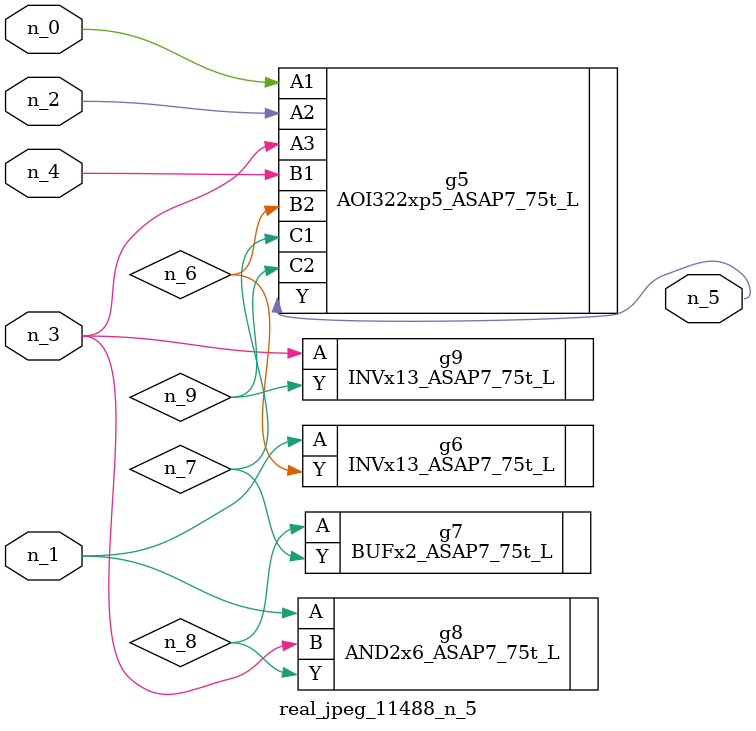
<source format=v>
module real_jpeg_11488_n_5 (n_4, n_0, n_1, n_2, n_3, n_5);

input n_4;
input n_0;
input n_1;
input n_2;
input n_3;

output n_5;

wire n_8;
wire n_6;
wire n_7;
wire n_9;

AOI322xp5_ASAP7_75t_L g5 ( 
.A1(n_0),
.A2(n_2),
.A3(n_3),
.B1(n_4),
.B2(n_6),
.C1(n_7),
.C2(n_9),
.Y(n_5)
);

INVx13_ASAP7_75t_L g6 ( 
.A(n_1),
.Y(n_6)
);

AND2x6_ASAP7_75t_L g8 ( 
.A(n_1),
.B(n_3),
.Y(n_8)
);

INVx13_ASAP7_75t_L g9 ( 
.A(n_3),
.Y(n_9)
);

BUFx2_ASAP7_75t_L g7 ( 
.A(n_8),
.Y(n_7)
);


endmodule
</source>
